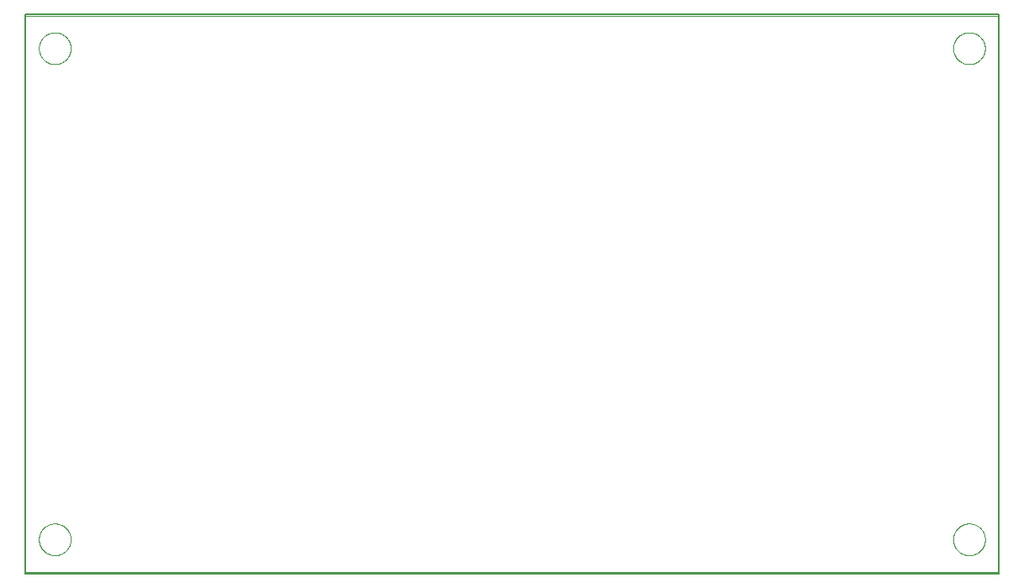
<source format=gbp>
G75*
%MOIN*%
%OFA0B0*%
%FSLAX25Y25*%
%IPPOS*%
%LPD*%
%AMOC8*
5,1,8,0,0,1.08239X$1,22.5*
%
%ADD10C,0.00000*%
%ADD11C,0.00500*%
D10*
X0003000Y0010697D02*
X0003000Y0231169D01*
X0388827Y0231169D01*
X0388827Y0010697D01*
X0003000Y0010697D01*
X0008512Y0023492D02*
X0008514Y0023650D01*
X0008520Y0023808D01*
X0008530Y0023966D01*
X0008544Y0024124D01*
X0008562Y0024281D01*
X0008583Y0024438D01*
X0008609Y0024594D01*
X0008639Y0024750D01*
X0008672Y0024905D01*
X0008710Y0025058D01*
X0008751Y0025211D01*
X0008796Y0025363D01*
X0008845Y0025514D01*
X0008898Y0025663D01*
X0008954Y0025811D01*
X0009014Y0025957D01*
X0009078Y0026102D01*
X0009146Y0026245D01*
X0009217Y0026387D01*
X0009291Y0026527D01*
X0009369Y0026664D01*
X0009451Y0026800D01*
X0009535Y0026934D01*
X0009624Y0027065D01*
X0009715Y0027194D01*
X0009810Y0027321D01*
X0009907Y0027446D01*
X0010008Y0027568D01*
X0010112Y0027687D01*
X0010219Y0027804D01*
X0010329Y0027918D01*
X0010442Y0028029D01*
X0010557Y0028138D01*
X0010675Y0028243D01*
X0010796Y0028345D01*
X0010919Y0028445D01*
X0011045Y0028541D01*
X0011173Y0028634D01*
X0011303Y0028724D01*
X0011436Y0028810D01*
X0011571Y0028894D01*
X0011707Y0028973D01*
X0011846Y0029050D01*
X0011987Y0029122D01*
X0012129Y0029192D01*
X0012273Y0029257D01*
X0012419Y0029319D01*
X0012566Y0029377D01*
X0012715Y0029432D01*
X0012865Y0029483D01*
X0013016Y0029530D01*
X0013168Y0029573D01*
X0013321Y0029612D01*
X0013476Y0029648D01*
X0013631Y0029679D01*
X0013787Y0029707D01*
X0013943Y0029731D01*
X0014100Y0029751D01*
X0014258Y0029767D01*
X0014415Y0029779D01*
X0014574Y0029787D01*
X0014732Y0029791D01*
X0014890Y0029791D01*
X0015048Y0029787D01*
X0015207Y0029779D01*
X0015364Y0029767D01*
X0015522Y0029751D01*
X0015679Y0029731D01*
X0015835Y0029707D01*
X0015991Y0029679D01*
X0016146Y0029648D01*
X0016301Y0029612D01*
X0016454Y0029573D01*
X0016606Y0029530D01*
X0016757Y0029483D01*
X0016907Y0029432D01*
X0017056Y0029377D01*
X0017203Y0029319D01*
X0017349Y0029257D01*
X0017493Y0029192D01*
X0017635Y0029122D01*
X0017776Y0029050D01*
X0017915Y0028973D01*
X0018051Y0028894D01*
X0018186Y0028810D01*
X0018319Y0028724D01*
X0018449Y0028634D01*
X0018577Y0028541D01*
X0018703Y0028445D01*
X0018826Y0028345D01*
X0018947Y0028243D01*
X0019065Y0028138D01*
X0019180Y0028029D01*
X0019293Y0027918D01*
X0019403Y0027804D01*
X0019510Y0027687D01*
X0019614Y0027568D01*
X0019715Y0027446D01*
X0019812Y0027321D01*
X0019907Y0027194D01*
X0019998Y0027065D01*
X0020087Y0026934D01*
X0020171Y0026800D01*
X0020253Y0026664D01*
X0020331Y0026527D01*
X0020405Y0026387D01*
X0020476Y0026245D01*
X0020544Y0026102D01*
X0020608Y0025957D01*
X0020668Y0025811D01*
X0020724Y0025663D01*
X0020777Y0025514D01*
X0020826Y0025363D01*
X0020871Y0025211D01*
X0020912Y0025058D01*
X0020950Y0024905D01*
X0020983Y0024750D01*
X0021013Y0024594D01*
X0021039Y0024438D01*
X0021060Y0024281D01*
X0021078Y0024124D01*
X0021092Y0023966D01*
X0021102Y0023808D01*
X0021108Y0023650D01*
X0021110Y0023492D01*
X0021108Y0023334D01*
X0021102Y0023176D01*
X0021092Y0023018D01*
X0021078Y0022860D01*
X0021060Y0022703D01*
X0021039Y0022546D01*
X0021013Y0022390D01*
X0020983Y0022234D01*
X0020950Y0022079D01*
X0020912Y0021926D01*
X0020871Y0021773D01*
X0020826Y0021621D01*
X0020777Y0021470D01*
X0020724Y0021321D01*
X0020668Y0021173D01*
X0020608Y0021027D01*
X0020544Y0020882D01*
X0020476Y0020739D01*
X0020405Y0020597D01*
X0020331Y0020457D01*
X0020253Y0020320D01*
X0020171Y0020184D01*
X0020087Y0020050D01*
X0019998Y0019919D01*
X0019907Y0019790D01*
X0019812Y0019663D01*
X0019715Y0019538D01*
X0019614Y0019416D01*
X0019510Y0019297D01*
X0019403Y0019180D01*
X0019293Y0019066D01*
X0019180Y0018955D01*
X0019065Y0018846D01*
X0018947Y0018741D01*
X0018826Y0018639D01*
X0018703Y0018539D01*
X0018577Y0018443D01*
X0018449Y0018350D01*
X0018319Y0018260D01*
X0018186Y0018174D01*
X0018051Y0018090D01*
X0017915Y0018011D01*
X0017776Y0017934D01*
X0017635Y0017862D01*
X0017493Y0017792D01*
X0017349Y0017727D01*
X0017203Y0017665D01*
X0017056Y0017607D01*
X0016907Y0017552D01*
X0016757Y0017501D01*
X0016606Y0017454D01*
X0016454Y0017411D01*
X0016301Y0017372D01*
X0016146Y0017336D01*
X0015991Y0017305D01*
X0015835Y0017277D01*
X0015679Y0017253D01*
X0015522Y0017233D01*
X0015364Y0017217D01*
X0015207Y0017205D01*
X0015048Y0017197D01*
X0014890Y0017193D01*
X0014732Y0017193D01*
X0014574Y0017197D01*
X0014415Y0017205D01*
X0014258Y0017217D01*
X0014100Y0017233D01*
X0013943Y0017253D01*
X0013787Y0017277D01*
X0013631Y0017305D01*
X0013476Y0017336D01*
X0013321Y0017372D01*
X0013168Y0017411D01*
X0013016Y0017454D01*
X0012865Y0017501D01*
X0012715Y0017552D01*
X0012566Y0017607D01*
X0012419Y0017665D01*
X0012273Y0017727D01*
X0012129Y0017792D01*
X0011987Y0017862D01*
X0011846Y0017934D01*
X0011707Y0018011D01*
X0011571Y0018090D01*
X0011436Y0018174D01*
X0011303Y0018260D01*
X0011173Y0018350D01*
X0011045Y0018443D01*
X0010919Y0018539D01*
X0010796Y0018639D01*
X0010675Y0018741D01*
X0010557Y0018846D01*
X0010442Y0018955D01*
X0010329Y0019066D01*
X0010219Y0019180D01*
X0010112Y0019297D01*
X0010008Y0019416D01*
X0009907Y0019538D01*
X0009810Y0019663D01*
X0009715Y0019790D01*
X0009624Y0019919D01*
X0009535Y0020050D01*
X0009451Y0020184D01*
X0009369Y0020320D01*
X0009291Y0020457D01*
X0009217Y0020597D01*
X0009146Y0020739D01*
X0009078Y0020882D01*
X0009014Y0021027D01*
X0008954Y0021173D01*
X0008898Y0021321D01*
X0008845Y0021470D01*
X0008796Y0021621D01*
X0008751Y0021773D01*
X0008710Y0021926D01*
X0008672Y0022079D01*
X0008639Y0022234D01*
X0008609Y0022390D01*
X0008583Y0022546D01*
X0008562Y0022703D01*
X0008544Y0022860D01*
X0008530Y0023018D01*
X0008520Y0023176D01*
X0008514Y0023334D01*
X0008512Y0023492D01*
X0008512Y0218374D02*
X0008514Y0218532D01*
X0008520Y0218690D01*
X0008530Y0218848D01*
X0008544Y0219006D01*
X0008562Y0219163D01*
X0008583Y0219320D01*
X0008609Y0219476D01*
X0008639Y0219632D01*
X0008672Y0219787D01*
X0008710Y0219940D01*
X0008751Y0220093D01*
X0008796Y0220245D01*
X0008845Y0220396D01*
X0008898Y0220545D01*
X0008954Y0220693D01*
X0009014Y0220839D01*
X0009078Y0220984D01*
X0009146Y0221127D01*
X0009217Y0221269D01*
X0009291Y0221409D01*
X0009369Y0221546D01*
X0009451Y0221682D01*
X0009535Y0221816D01*
X0009624Y0221947D01*
X0009715Y0222076D01*
X0009810Y0222203D01*
X0009907Y0222328D01*
X0010008Y0222450D01*
X0010112Y0222569D01*
X0010219Y0222686D01*
X0010329Y0222800D01*
X0010442Y0222911D01*
X0010557Y0223020D01*
X0010675Y0223125D01*
X0010796Y0223227D01*
X0010919Y0223327D01*
X0011045Y0223423D01*
X0011173Y0223516D01*
X0011303Y0223606D01*
X0011436Y0223692D01*
X0011571Y0223776D01*
X0011707Y0223855D01*
X0011846Y0223932D01*
X0011987Y0224004D01*
X0012129Y0224074D01*
X0012273Y0224139D01*
X0012419Y0224201D01*
X0012566Y0224259D01*
X0012715Y0224314D01*
X0012865Y0224365D01*
X0013016Y0224412D01*
X0013168Y0224455D01*
X0013321Y0224494D01*
X0013476Y0224530D01*
X0013631Y0224561D01*
X0013787Y0224589D01*
X0013943Y0224613D01*
X0014100Y0224633D01*
X0014258Y0224649D01*
X0014415Y0224661D01*
X0014574Y0224669D01*
X0014732Y0224673D01*
X0014890Y0224673D01*
X0015048Y0224669D01*
X0015207Y0224661D01*
X0015364Y0224649D01*
X0015522Y0224633D01*
X0015679Y0224613D01*
X0015835Y0224589D01*
X0015991Y0224561D01*
X0016146Y0224530D01*
X0016301Y0224494D01*
X0016454Y0224455D01*
X0016606Y0224412D01*
X0016757Y0224365D01*
X0016907Y0224314D01*
X0017056Y0224259D01*
X0017203Y0224201D01*
X0017349Y0224139D01*
X0017493Y0224074D01*
X0017635Y0224004D01*
X0017776Y0223932D01*
X0017915Y0223855D01*
X0018051Y0223776D01*
X0018186Y0223692D01*
X0018319Y0223606D01*
X0018449Y0223516D01*
X0018577Y0223423D01*
X0018703Y0223327D01*
X0018826Y0223227D01*
X0018947Y0223125D01*
X0019065Y0223020D01*
X0019180Y0222911D01*
X0019293Y0222800D01*
X0019403Y0222686D01*
X0019510Y0222569D01*
X0019614Y0222450D01*
X0019715Y0222328D01*
X0019812Y0222203D01*
X0019907Y0222076D01*
X0019998Y0221947D01*
X0020087Y0221816D01*
X0020171Y0221682D01*
X0020253Y0221546D01*
X0020331Y0221409D01*
X0020405Y0221269D01*
X0020476Y0221127D01*
X0020544Y0220984D01*
X0020608Y0220839D01*
X0020668Y0220693D01*
X0020724Y0220545D01*
X0020777Y0220396D01*
X0020826Y0220245D01*
X0020871Y0220093D01*
X0020912Y0219940D01*
X0020950Y0219787D01*
X0020983Y0219632D01*
X0021013Y0219476D01*
X0021039Y0219320D01*
X0021060Y0219163D01*
X0021078Y0219006D01*
X0021092Y0218848D01*
X0021102Y0218690D01*
X0021108Y0218532D01*
X0021110Y0218374D01*
X0021108Y0218216D01*
X0021102Y0218058D01*
X0021092Y0217900D01*
X0021078Y0217742D01*
X0021060Y0217585D01*
X0021039Y0217428D01*
X0021013Y0217272D01*
X0020983Y0217116D01*
X0020950Y0216961D01*
X0020912Y0216808D01*
X0020871Y0216655D01*
X0020826Y0216503D01*
X0020777Y0216352D01*
X0020724Y0216203D01*
X0020668Y0216055D01*
X0020608Y0215909D01*
X0020544Y0215764D01*
X0020476Y0215621D01*
X0020405Y0215479D01*
X0020331Y0215339D01*
X0020253Y0215202D01*
X0020171Y0215066D01*
X0020087Y0214932D01*
X0019998Y0214801D01*
X0019907Y0214672D01*
X0019812Y0214545D01*
X0019715Y0214420D01*
X0019614Y0214298D01*
X0019510Y0214179D01*
X0019403Y0214062D01*
X0019293Y0213948D01*
X0019180Y0213837D01*
X0019065Y0213728D01*
X0018947Y0213623D01*
X0018826Y0213521D01*
X0018703Y0213421D01*
X0018577Y0213325D01*
X0018449Y0213232D01*
X0018319Y0213142D01*
X0018186Y0213056D01*
X0018051Y0212972D01*
X0017915Y0212893D01*
X0017776Y0212816D01*
X0017635Y0212744D01*
X0017493Y0212674D01*
X0017349Y0212609D01*
X0017203Y0212547D01*
X0017056Y0212489D01*
X0016907Y0212434D01*
X0016757Y0212383D01*
X0016606Y0212336D01*
X0016454Y0212293D01*
X0016301Y0212254D01*
X0016146Y0212218D01*
X0015991Y0212187D01*
X0015835Y0212159D01*
X0015679Y0212135D01*
X0015522Y0212115D01*
X0015364Y0212099D01*
X0015207Y0212087D01*
X0015048Y0212079D01*
X0014890Y0212075D01*
X0014732Y0212075D01*
X0014574Y0212079D01*
X0014415Y0212087D01*
X0014258Y0212099D01*
X0014100Y0212115D01*
X0013943Y0212135D01*
X0013787Y0212159D01*
X0013631Y0212187D01*
X0013476Y0212218D01*
X0013321Y0212254D01*
X0013168Y0212293D01*
X0013016Y0212336D01*
X0012865Y0212383D01*
X0012715Y0212434D01*
X0012566Y0212489D01*
X0012419Y0212547D01*
X0012273Y0212609D01*
X0012129Y0212674D01*
X0011987Y0212744D01*
X0011846Y0212816D01*
X0011707Y0212893D01*
X0011571Y0212972D01*
X0011436Y0213056D01*
X0011303Y0213142D01*
X0011173Y0213232D01*
X0011045Y0213325D01*
X0010919Y0213421D01*
X0010796Y0213521D01*
X0010675Y0213623D01*
X0010557Y0213728D01*
X0010442Y0213837D01*
X0010329Y0213948D01*
X0010219Y0214062D01*
X0010112Y0214179D01*
X0010008Y0214298D01*
X0009907Y0214420D01*
X0009810Y0214545D01*
X0009715Y0214672D01*
X0009624Y0214801D01*
X0009535Y0214932D01*
X0009451Y0215066D01*
X0009369Y0215202D01*
X0009291Y0215339D01*
X0009217Y0215479D01*
X0009146Y0215621D01*
X0009078Y0215764D01*
X0009014Y0215909D01*
X0008954Y0216055D01*
X0008898Y0216203D01*
X0008845Y0216352D01*
X0008796Y0216503D01*
X0008751Y0216655D01*
X0008710Y0216808D01*
X0008672Y0216961D01*
X0008639Y0217116D01*
X0008609Y0217272D01*
X0008583Y0217428D01*
X0008562Y0217585D01*
X0008544Y0217742D01*
X0008530Y0217900D01*
X0008520Y0218058D01*
X0008514Y0218216D01*
X0008512Y0218374D01*
X0370717Y0218374D02*
X0370719Y0218532D01*
X0370725Y0218690D01*
X0370735Y0218848D01*
X0370749Y0219006D01*
X0370767Y0219163D01*
X0370788Y0219320D01*
X0370814Y0219476D01*
X0370844Y0219632D01*
X0370877Y0219787D01*
X0370915Y0219940D01*
X0370956Y0220093D01*
X0371001Y0220245D01*
X0371050Y0220396D01*
X0371103Y0220545D01*
X0371159Y0220693D01*
X0371219Y0220839D01*
X0371283Y0220984D01*
X0371351Y0221127D01*
X0371422Y0221269D01*
X0371496Y0221409D01*
X0371574Y0221546D01*
X0371656Y0221682D01*
X0371740Y0221816D01*
X0371829Y0221947D01*
X0371920Y0222076D01*
X0372015Y0222203D01*
X0372112Y0222328D01*
X0372213Y0222450D01*
X0372317Y0222569D01*
X0372424Y0222686D01*
X0372534Y0222800D01*
X0372647Y0222911D01*
X0372762Y0223020D01*
X0372880Y0223125D01*
X0373001Y0223227D01*
X0373124Y0223327D01*
X0373250Y0223423D01*
X0373378Y0223516D01*
X0373508Y0223606D01*
X0373641Y0223692D01*
X0373776Y0223776D01*
X0373912Y0223855D01*
X0374051Y0223932D01*
X0374192Y0224004D01*
X0374334Y0224074D01*
X0374478Y0224139D01*
X0374624Y0224201D01*
X0374771Y0224259D01*
X0374920Y0224314D01*
X0375070Y0224365D01*
X0375221Y0224412D01*
X0375373Y0224455D01*
X0375526Y0224494D01*
X0375681Y0224530D01*
X0375836Y0224561D01*
X0375992Y0224589D01*
X0376148Y0224613D01*
X0376305Y0224633D01*
X0376463Y0224649D01*
X0376620Y0224661D01*
X0376779Y0224669D01*
X0376937Y0224673D01*
X0377095Y0224673D01*
X0377253Y0224669D01*
X0377412Y0224661D01*
X0377569Y0224649D01*
X0377727Y0224633D01*
X0377884Y0224613D01*
X0378040Y0224589D01*
X0378196Y0224561D01*
X0378351Y0224530D01*
X0378506Y0224494D01*
X0378659Y0224455D01*
X0378811Y0224412D01*
X0378962Y0224365D01*
X0379112Y0224314D01*
X0379261Y0224259D01*
X0379408Y0224201D01*
X0379554Y0224139D01*
X0379698Y0224074D01*
X0379840Y0224004D01*
X0379981Y0223932D01*
X0380120Y0223855D01*
X0380256Y0223776D01*
X0380391Y0223692D01*
X0380524Y0223606D01*
X0380654Y0223516D01*
X0380782Y0223423D01*
X0380908Y0223327D01*
X0381031Y0223227D01*
X0381152Y0223125D01*
X0381270Y0223020D01*
X0381385Y0222911D01*
X0381498Y0222800D01*
X0381608Y0222686D01*
X0381715Y0222569D01*
X0381819Y0222450D01*
X0381920Y0222328D01*
X0382017Y0222203D01*
X0382112Y0222076D01*
X0382203Y0221947D01*
X0382292Y0221816D01*
X0382376Y0221682D01*
X0382458Y0221546D01*
X0382536Y0221409D01*
X0382610Y0221269D01*
X0382681Y0221127D01*
X0382749Y0220984D01*
X0382813Y0220839D01*
X0382873Y0220693D01*
X0382929Y0220545D01*
X0382982Y0220396D01*
X0383031Y0220245D01*
X0383076Y0220093D01*
X0383117Y0219940D01*
X0383155Y0219787D01*
X0383188Y0219632D01*
X0383218Y0219476D01*
X0383244Y0219320D01*
X0383265Y0219163D01*
X0383283Y0219006D01*
X0383297Y0218848D01*
X0383307Y0218690D01*
X0383313Y0218532D01*
X0383315Y0218374D01*
X0383313Y0218216D01*
X0383307Y0218058D01*
X0383297Y0217900D01*
X0383283Y0217742D01*
X0383265Y0217585D01*
X0383244Y0217428D01*
X0383218Y0217272D01*
X0383188Y0217116D01*
X0383155Y0216961D01*
X0383117Y0216808D01*
X0383076Y0216655D01*
X0383031Y0216503D01*
X0382982Y0216352D01*
X0382929Y0216203D01*
X0382873Y0216055D01*
X0382813Y0215909D01*
X0382749Y0215764D01*
X0382681Y0215621D01*
X0382610Y0215479D01*
X0382536Y0215339D01*
X0382458Y0215202D01*
X0382376Y0215066D01*
X0382292Y0214932D01*
X0382203Y0214801D01*
X0382112Y0214672D01*
X0382017Y0214545D01*
X0381920Y0214420D01*
X0381819Y0214298D01*
X0381715Y0214179D01*
X0381608Y0214062D01*
X0381498Y0213948D01*
X0381385Y0213837D01*
X0381270Y0213728D01*
X0381152Y0213623D01*
X0381031Y0213521D01*
X0380908Y0213421D01*
X0380782Y0213325D01*
X0380654Y0213232D01*
X0380524Y0213142D01*
X0380391Y0213056D01*
X0380256Y0212972D01*
X0380120Y0212893D01*
X0379981Y0212816D01*
X0379840Y0212744D01*
X0379698Y0212674D01*
X0379554Y0212609D01*
X0379408Y0212547D01*
X0379261Y0212489D01*
X0379112Y0212434D01*
X0378962Y0212383D01*
X0378811Y0212336D01*
X0378659Y0212293D01*
X0378506Y0212254D01*
X0378351Y0212218D01*
X0378196Y0212187D01*
X0378040Y0212159D01*
X0377884Y0212135D01*
X0377727Y0212115D01*
X0377569Y0212099D01*
X0377412Y0212087D01*
X0377253Y0212079D01*
X0377095Y0212075D01*
X0376937Y0212075D01*
X0376779Y0212079D01*
X0376620Y0212087D01*
X0376463Y0212099D01*
X0376305Y0212115D01*
X0376148Y0212135D01*
X0375992Y0212159D01*
X0375836Y0212187D01*
X0375681Y0212218D01*
X0375526Y0212254D01*
X0375373Y0212293D01*
X0375221Y0212336D01*
X0375070Y0212383D01*
X0374920Y0212434D01*
X0374771Y0212489D01*
X0374624Y0212547D01*
X0374478Y0212609D01*
X0374334Y0212674D01*
X0374192Y0212744D01*
X0374051Y0212816D01*
X0373912Y0212893D01*
X0373776Y0212972D01*
X0373641Y0213056D01*
X0373508Y0213142D01*
X0373378Y0213232D01*
X0373250Y0213325D01*
X0373124Y0213421D01*
X0373001Y0213521D01*
X0372880Y0213623D01*
X0372762Y0213728D01*
X0372647Y0213837D01*
X0372534Y0213948D01*
X0372424Y0214062D01*
X0372317Y0214179D01*
X0372213Y0214298D01*
X0372112Y0214420D01*
X0372015Y0214545D01*
X0371920Y0214672D01*
X0371829Y0214801D01*
X0371740Y0214932D01*
X0371656Y0215066D01*
X0371574Y0215202D01*
X0371496Y0215339D01*
X0371422Y0215479D01*
X0371351Y0215621D01*
X0371283Y0215764D01*
X0371219Y0215909D01*
X0371159Y0216055D01*
X0371103Y0216203D01*
X0371050Y0216352D01*
X0371001Y0216503D01*
X0370956Y0216655D01*
X0370915Y0216808D01*
X0370877Y0216961D01*
X0370844Y0217116D01*
X0370814Y0217272D01*
X0370788Y0217428D01*
X0370767Y0217585D01*
X0370749Y0217742D01*
X0370735Y0217900D01*
X0370725Y0218058D01*
X0370719Y0218216D01*
X0370717Y0218374D01*
X0370717Y0023492D02*
X0370719Y0023650D01*
X0370725Y0023808D01*
X0370735Y0023966D01*
X0370749Y0024124D01*
X0370767Y0024281D01*
X0370788Y0024438D01*
X0370814Y0024594D01*
X0370844Y0024750D01*
X0370877Y0024905D01*
X0370915Y0025058D01*
X0370956Y0025211D01*
X0371001Y0025363D01*
X0371050Y0025514D01*
X0371103Y0025663D01*
X0371159Y0025811D01*
X0371219Y0025957D01*
X0371283Y0026102D01*
X0371351Y0026245D01*
X0371422Y0026387D01*
X0371496Y0026527D01*
X0371574Y0026664D01*
X0371656Y0026800D01*
X0371740Y0026934D01*
X0371829Y0027065D01*
X0371920Y0027194D01*
X0372015Y0027321D01*
X0372112Y0027446D01*
X0372213Y0027568D01*
X0372317Y0027687D01*
X0372424Y0027804D01*
X0372534Y0027918D01*
X0372647Y0028029D01*
X0372762Y0028138D01*
X0372880Y0028243D01*
X0373001Y0028345D01*
X0373124Y0028445D01*
X0373250Y0028541D01*
X0373378Y0028634D01*
X0373508Y0028724D01*
X0373641Y0028810D01*
X0373776Y0028894D01*
X0373912Y0028973D01*
X0374051Y0029050D01*
X0374192Y0029122D01*
X0374334Y0029192D01*
X0374478Y0029257D01*
X0374624Y0029319D01*
X0374771Y0029377D01*
X0374920Y0029432D01*
X0375070Y0029483D01*
X0375221Y0029530D01*
X0375373Y0029573D01*
X0375526Y0029612D01*
X0375681Y0029648D01*
X0375836Y0029679D01*
X0375992Y0029707D01*
X0376148Y0029731D01*
X0376305Y0029751D01*
X0376463Y0029767D01*
X0376620Y0029779D01*
X0376779Y0029787D01*
X0376937Y0029791D01*
X0377095Y0029791D01*
X0377253Y0029787D01*
X0377412Y0029779D01*
X0377569Y0029767D01*
X0377727Y0029751D01*
X0377884Y0029731D01*
X0378040Y0029707D01*
X0378196Y0029679D01*
X0378351Y0029648D01*
X0378506Y0029612D01*
X0378659Y0029573D01*
X0378811Y0029530D01*
X0378962Y0029483D01*
X0379112Y0029432D01*
X0379261Y0029377D01*
X0379408Y0029319D01*
X0379554Y0029257D01*
X0379698Y0029192D01*
X0379840Y0029122D01*
X0379981Y0029050D01*
X0380120Y0028973D01*
X0380256Y0028894D01*
X0380391Y0028810D01*
X0380524Y0028724D01*
X0380654Y0028634D01*
X0380782Y0028541D01*
X0380908Y0028445D01*
X0381031Y0028345D01*
X0381152Y0028243D01*
X0381270Y0028138D01*
X0381385Y0028029D01*
X0381498Y0027918D01*
X0381608Y0027804D01*
X0381715Y0027687D01*
X0381819Y0027568D01*
X0381920Y0027446D01*
X0382017Y0027321D01*
X0382112Y0027194D01*
X0382203Y0027065D01*
X0382292Y0026934D01*
X0382376Y0026800D01*
X0382458Y0026664D01*
X0382536Y0026527D01*
X0382610Y0026387D01*
X0382681Y0026245D01*
X0382749Y0026102D01*
X0382813Y0025957D01*
X0382873Y0025811D01*
X0382929Y0025663D01*
X0382982Y0025514D01*
X0383031Y0025363D01*
X0383076Y0025211D01*
X0383117Y0025058D01*
X0383155Y0024905D01*
X0383188Y0024750D01*
X0383218Y0024594D01*
X0383244Y0024438D01*
X0383265Y0024281D01*
X0383283Y0024124D01*
X0383297Y0023966D01*
X0383307Y0023808D01*
X0383313Y0023650D01*
X0383315Y0023492D01*
X0383313Y0023334D01*
X0383307Y0023176D01*
X0383297Y0023018D01*
X0383283Y0022860D01*
X0383265Y0022703D01*
X0383244Y0022546D01*
X0383218Y0022390D01*
X0383188Y0022234D01*
X0383155Y0022079D01*
X0383117Y0021926D01*
X0383076Y0021773D01*
X0383031Y0021621D01*
X0382982Y0021470D01*
X0382929Y0021321D01*
X0382873Y0021173D01*
X0382813Y0021027D01*
X0382749Y0020882D01*
X0382681Y0020739D01*
X0382610Y0020597D01*
X0382536Y0020457D01*
X0382458Y0020320D01*
X0382376Y0020184D01*
X0382292Y0020050D01*
X0382203Y0019919D01*
X0382112Y0019790D01*
X0382017Y0019663D01*
X0381920Y0019538D01*
X0381819Y0019416D01*
X0381715Y0019297D01*
X0381608Y0019180D01*
X0381498Y0019066D01*
X0381385Y0018955D01*
X0381270Y0018846D01*
X0381152Y0018741D01*
X0381031Y0018639D01*
X0380908Y0018539D01*
X0380782Y0018443D01*
X0380654Y0018350D01*
X0380524Y0018260D01*
X0380391Y0018174D01*
X0380256Y0018090D01*
X0380120Y0018011D01*
X0379981Y0017934D01*
X0379840Y0017862D01*
X0379698Y0017792D01*
X0379554Y0017727D01*
X0379408Y0017665D01*
X0379261Y0017607D01*
X0379112Y0017552D01*
X0378962Y0017501D01*
X0378811Y0017454D01*
X0378659Y0017411D01*
X0378506Y0017372D01*
X0378351Y0017336D01*
X0378196Y0017305D01*
X0378040Y0017277D01*
X0377884Y0017253D01*
X0377727Y0017233D01*
X0377569Y0017217D01*
X0377412Y0017205D01*
X0377253Y0017197D01*
X0377095Y0017193D01*
X0376937Y0017193D01*
X0376779Y0017197D01*
X0376620Y0017205D01*
X0376463Y0017217D01*
X0376305Y0017233D01*
X0376148Y0017253D01*
X0375992Y0017277D01*
X0375836Y0017305D01*
X0375681Y0017336D01*
X0375526Y0017372D01*
X0375373Y0017411D01*
X0375221Y0017454D01*
X0375070Y0017501D01*
X0374920Y0017552D01*
X0374771Y0017607D01*
X0374624Y0017665D01*
X0374478Y0017727D01*
X0374334Y0017792D01*
X0374192Y0017862D01*
X0374051Y0017934D01*
X0373912Y0018011D01*
X0373776Y0018090D01*
X0373641Y0018174D01*
X0373508Y0018260D01*
X0373378Y0018350D01*
X0373250Y0018443D01*
X0373124Y0018539D01*
X0373001Y0018639D01*
X0372880Y0018741D01*
X0372762Y0018846D01*
X0372647Y0018955D01*
X0372534Y0019066D01*
X0372424Y0019180D01*
X0372317Y0019297D01*
X0372213Y0019416D01*
X0372112Y0019538D01*
X0372015Y0019663D01*
X0371920Y0019790D01*
X0371829Y0019919D01*
X0371740Y0020050D01*
X0371656Y0020184D01*
X0371574Y0020320D01*
X0371496Y0020457D01*
X0371422Y0020597D01*
X0371351Y0020739D01*
X0371283Y0020882D01*
X0371219Y0021027D01*
X0371159Y0021173D01*
X0371103Y0021321D01*
X0371050Y0021470D01*
X0371001Y0021621D01*
X0370956Y0021773D01*
X0370915Y0021926D01*
X0370877Y0022079D01*
X0370844Y0022234D01*
X0370814Y0022390D01*
X0370788Y0022546D01*
X0370767Y0022703D01*
X0370749Y0022860D01*
X0370735Y0023018D01*
X0370725Y0023176D01*
X0370719Y0023334D01*
X0370717Y0023492D01*
D11*
X0003000Y0010028D02*
X0003000Y0231839D01*
X0388827Y0231839D01*
X0388827Y0010028D01*
X0003000Y0010028D01*
M02*

</source>
